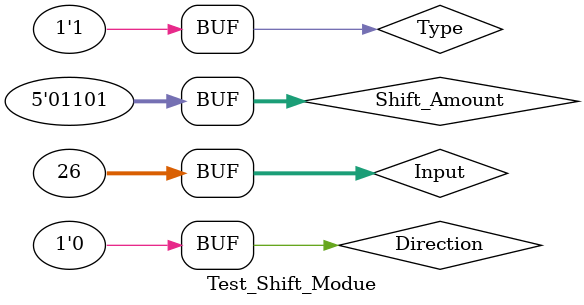
<source format=v>
`timescale 1ns / 1ps


module Test_Shift_Modue;

	// Inputs
	reg [31:0] Input;
	reg [4:0] Shift_Amount;
	reg Type;
	reg Direction;

	// Outputs
	wire [31:0] Output;

	// Instantiate the Unit Under Test (UUT)
	Shift_Module uut (
		.Input(Input), 
		.Shift_Amount(Shift_Amount), 
		.Output(Output), 
		.Type(Type), 
		.Direction(Direction)
	);

	initial begin
		// Initialize Inputs
		Input = 0;
		Shift_Amount = 0;
		Type = 0;
		Direction = 0;
		$monitor("Test Bench for Shift Module");
		$monitor("Input = %d , Shift_Amount = %d , Output = %d , Type = %d , Direction = %d\n",Input,Shift_Amount,Output,Type,Direction);
		// Wait 100 ns for global reset to finish
		#100;
      Input = 32'd23; Shift_Amount = 5'b101; Type = 1'b0; Direction = 1'b0;
		#100;
      Input = 32'd23; Shift_Amount = 5'b101; Type = 1'b0; Direction = 1'b1;
		#100;
      Input = 32'd23; Shift_Amount = 5'b101; Type = 1'b1; Direction = 1'b0;
		#100;
      Input = 32'd23; Shift_Amount = 5'b101; Type = 1'b1; Direction = 1'b1;
		#100;
      Input = 32'd26; Shift_Amount = 5'b1101; Type = 1'b1; Direction = 1'b0;		
		// Add stimulus here

	end
      
endmodule


</source>
